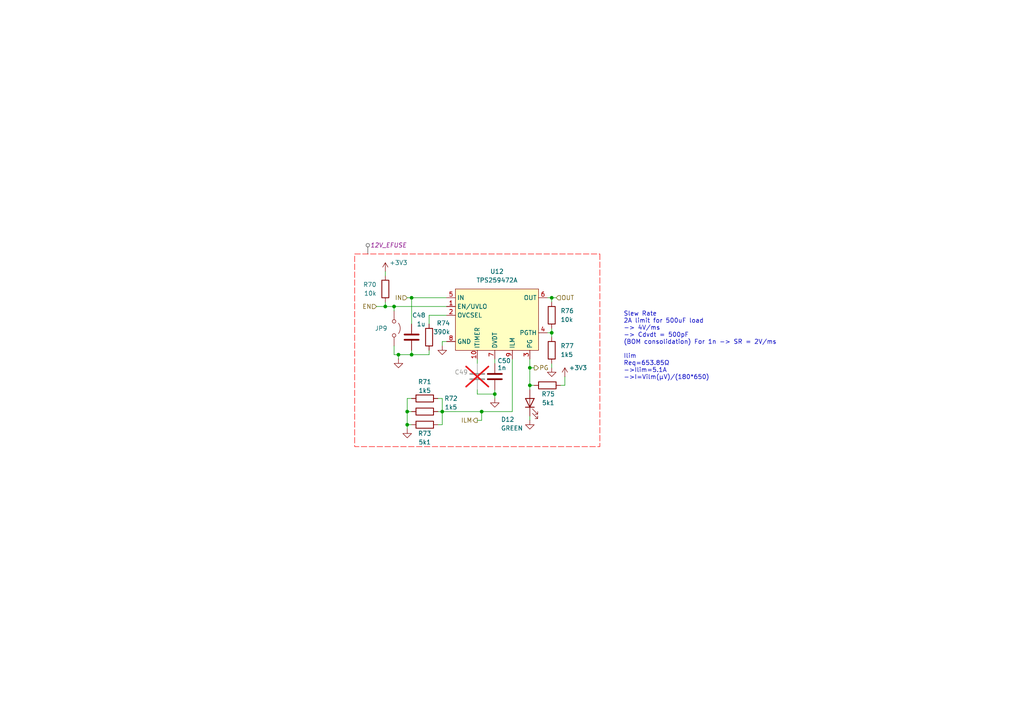
<source format=kicad_sch>
(kicad_sch (version 20250114) (generator "eeschema") (generator_version "9.0")
  (paper "A4")
  (title_block (title "Carte alim CDF 1") (date "2026-01-15") (rev "01") (company "Valrobotik"))
  (lib_symbols
    (symbol "Device:C" (pin_numbers (hide yes)) (pin_names (offset 0.254))
      (property "Reference" "C" (at 0.635 2.54 0))
      (property "Value" "C" (at 0.635 -2.54 0))
      (symbol "C_0_1"
        (polyline (pts (xy -2.032 0.762) (xy 2.032 0.762)) (stroke (width 0.508)))
        (polyline (pts (xy -2.032 -0.762) (xy 2.032 -0.762)) (stroke (width 0.508)))
      )
      (symbol "C_1_1"
        (pin passive line (at 0 3.81 270) (length 2.794) (name "~") (number "1"))
        (pin passive line (at 0 -3.81 90) (length 2.794) (name "~") (number "2"))
      )
    )
    (symbol "Device:LED" (pin_numbers (hide yes)) (pin_names (offset 1.016) (hide yes))
      (property "Reference" "D" (at 0 2.54 0))
      (property "Value" "LED" (at 0 -2.54 0))
      (symbol "LED_0_1"
        (polyline (pts (xy -3.048 -0.762) (xy -4.572 -2.286) (xy -3.81 -2.286) (xy -4.572 -2.286) (xy -4.572 -1.524)))
        (polyline (pts (xy -1.778 -0.762) (xy -3.302 -2.286) (xy -2.54 -2.286) (xy -3.302 -2.286) (xy -3.302 -1.524)))
        (polyline (pts (xy -1.27 0) (xy 1.27 0)))
        (polyline (pts (xy -1.27 -1.27) (xy -1.27 1.27)) (stroke (width 0.254)))
        (polyline (pts (xy 1.27 -1.27) (xy 1.27 1.27) (xy -1.27 0) (xy 1.27 -1.27)) (stroke (width 0.254)))
      )
      (symbol "LED_1_1"
        (pin passive line (at -3.81 0 0) (length 2.54) (name "K") (number "1"))
        (pin passive line (at 3.81 0 180) (length 2.54) (name "A") (number "2"))
      )
    )
    (symbol "Device:R" (pin_numbers (hide yes)) (pin_names (offset 0))
      (property "Reference" "R" (at 2.032 0 90))
      (property "Value" "R" (at 0 0 90))
      (symbol "R_0_1"
        (rectangle (start -1.016 -2.54) (end 1.016 2.54) (stroke (width 0.254)))
      )
      (symbol "R_1_1"
        (pin passive line (at 0 3.81 270) (length 1.27) (name "~") (number "1"))
        (pin passive line (at 0 -3.81 90) (length 1.27) (name "~") (number "2"))
      )
    )
    (symbol "GLCS:TPS259472x"
      (property "Reference" "U" (at -0.508 12.192 0))
      (property "Value" "TPS259472x" (at 0 9.144 0))
      (symbol "TPS259472x_0_0"
        (pin power_in line (at -15.24 5.08 0) (length 2.54) (name "IN") (number "5"))
        (pin input line (at -15.24 2.54 0) (length 2.54) (name "EN/UVLO") (number "1"))
        (pin input line (at -15.24 0 0) (length 2.54) (name "OVCSEL") (number "2"))
        (pin power_in line (at -15.24 -7.62 0) (length 2.54) (name "GND") (number "8"))
        (pin output line (at -6.35 -12.7 90) (length 2.54) (name "ITIMER") (number "10"))
        (pin output line (at -1.27 -12.7 90) (length 2.54) (name "DVDT") (number "7"))
        (pin output line (at 3.81 -12.7 90) (length 2.54) (name "ILM") (number "9"))
        (pin power_out line (at 13.97 5.08 180) (length 2.54) (name "OUT") (number "6"))
        (pin input line (at 13.97 -5.08 180) (length 2.54) (name "PGTH") (number "4"))
      )
      (symbol "TPS259472x_1_0"
        (pin output line (at 8.89 -12.7 90) (length 2.54) (name "PG") (number "3"))
      )
      (symbol "TPS259472x_1_1"
        (rectangle (start -12.7 7.62) (end 11.43 -10.16) (fill (type background)))
      )
    )
    (symbol "Jumper:Jumper_2_Open" (pin_numbers (hide yes)) (pin_names (offset 0) (hide yes))
      (property "Reference" "JP" (at 0 2.794 0))
      (property "Value" "Jumper_2_Open" (at 0 -2.286 0))
      (symbol "Jumper_2_Open_0_0"
        (circle (center -2.032 0) (radius 0.508))
        (circle (center 2.032 0) (radius 0.508))
      )
      (symbol "Jumper_2_Open_0_1"
        (arc (start -1.524 1.27) (mid 0 1.778) (end 1.524 1.27))
      )
      (symbol "Jumper_2_Open_1_1"
        (pin passive line (at -5.08 0 0) (length 2.54) (name "A") (number "1"))
        (pin passive line (at 5.08 0 180) (length 2.54) (name "B") (number "2"))
      )
    )
    (symbol "power:+3V3" (power) (pin_numbers (hide yes)) (pin_names (offset 0) (hide yes))
      (property "Value" "+3V3" (at 0 3.556 0))
      (symbol "+3V3_0_1"
        (polyline (pts (xy -0.762 1.27) (xy 0 2.54)))
        (polyline (pts (xy 0 2.54) (xy 0.762 1.27)))
        (polyline (pts (xy 0 0) (xy 0 2.54)))
      )
      (symbol "+3V3_1_1"
        (pin power_in line (at 0 0 90) (length 0) (name "~") (number "1"))
      )
    )
    (symbol "power:GND" (power) (pin_numbers (hide yes)) (pin_names (offset 0) (hide yes))
      (property "Value" "GND" (at 0 -3.81 0))
      (symbol "GND_0_1"
        (polyline (pts (xy 0 0) (xy 0 -1.27) (xy 1.27 -1.27) (xy 0 -2.54) (xy -1.27 -1.27) (xy 0 -1.27)))
      )
      (symbol "GND_1_1"
        (pin power_in line (at 0 0 270) (length 0) (name "~") (number "1"))
      )
    )
  )
  (text "Slew Rate\n2A limit for 500uF load\n-> 4V/ms\n-> Cdvdt = 500pF\n(BOM consolidation) For 1n -> SR = 2V/ms\n\nIlim\nReq=653.85Ω\n->Ilim=5.1A\n->I=Vilm(µV)/(180*650)" (at 180.848 100.33 0) (effects (font (size 1.27 1.27)) (justify left)))
  (junction (at 111.76 88.9))
  (junction (at 160.02 96.52))
  (junction (at 160.02 86.36))
  (junction (at 139.7 119.38))
  (junction (at 153.67 106.68))
  (junction (at 119.38 102.87))
  (junction (at 118.11 119.38))
  (junction (at 143.51 114.3))
  (junction (at 114.3 88.9))
  (junction (at 128.27 119.38))
  (junction (at 118.11 123.19))
  (junction (at 119.38 86.36))
  (junction (at 115.57 102.87))
  (junction (at 153.67 111.76))
  (wire (pts (xy 160.02 86.36) (xy 160.02 87.63)))
  (wire (pts (xy 128.27 119.38) (xy 139.7 119.38)))
  (wire (pts (xy 143.51 104.14) (xy 143.51 105.41)))
  (wire (pts (xy 124.46 91.44) (xy 124.46 93.98)))
  (wire (pts (xy 119.38 123.19) (xy 118.11 123.19)))
  (wire (pts (xy 129.54 91.44) (xy 124.46 91.44)))
  (wire (pts (xy 119.38 102.87) (xy 124.46 102.87)))
  (wire (pts (xy 139.7 119.38) (xy 148.59 119.38)))
  (wire (pts (xy 158.75 96.52) (xy 160.02 96.52)))
  (wire (pts (xy 153.67 111.76) (xy 153.67 113.03)))
  (wire (pts (xy 160.02 97.79) (xy 160.02 96.52)))
  (wire (pts (xy 119.38 115.57) (xy 118.11 115.57)))
  (wire (pts (xy 161.29 86.36) (xy 160.02 86.36)))
  (wire (pts (xy 128.27 119.38) (xy 128.27 115.57)))
  (wire (pts (xy 119.38 101.6) (xy 119.38 102.87)))
  (wire (pts (xy 138.43 104.14) (xy 138.43 105.41)))
  (wire (pts (xy 153.67 120.65) (xy 153.67 121.92)))
  (wire (pts (xy 128.27 100.33) (xy 128.27 99.06)))
  (wire (pts (xy 160.02 86.36) (xy 158.75 86.36)))
  (wire (pts (xy 109.22 88.9) (xy 111.76 88.9)))
  (wire (pts (xy 153.67 111.76) (xy 154.94 111.76)))
  (wire (pts (xy 143.51 114.3) (xy 143.51 115.57)))
  (wire (pts (xy 124.46 102.87) (xy 124.46 101.6)))
  (wire (pts (xy 128.27 99.06) (xy 129.54 99.06)))
  (wire (pts (xy 139.7 121.92) (xy 139.7 119.38)))
  (wire (pts (xy 114.3 100.33) (xy 114.3 102.87)))
  (wire (pts (xy 114.3 102.87) (xy 115.57 102.87)))
  (wire (pts (xy 138.43 114.3) (xy 138.43 113.03)))
  (wire (pts (xy 118.11 123.19) (xy 118.11 124.46)))
  (wire (pts (xy 118.11 119.38) (xy 119.38 119.38)))
  (wire (pts (xy 153.67 104.14) (xy 153.67 106.68)))
  (wire (pts (xy 111.76 78.74) (xy 111.76 80.01)))
  (wire (pts (xy 153.67 106.68) (xy 153.67 111.76)))
  (wire (pts (xy 119.38 86.36) (xy 129.54 86.36)))
  (wire (pts (xy 114.3 90.17) (xy 114.3 88.9)))
  (wire (pts (xy 160.02 105.41) (xy 160.02 106.68)))
  (wire (pts (xy 138.43 114.3) (xy 143.51 114.3)))
  (wire (pts (xy 111.76 87.63) (xy 111.76 88.9)))
  (wire (pts (xy 148.59 104.14) (xy 148.59 119.38)))
  (wire (pts (xy 118.11 115.57) (xy 118.11 119.38)))
  (wire (pts (xy 114.3 88.9) (xy 129.54 88.9)))
  (wire (pts (xy 143.51 114.3) (xy 143.51 113.03)))
  (wire (pts (xy 162.56 111.76) (xy 163.83 111.76)))
  (wire (pts (xy 118.11 123.19) (xy 118.11 119.38)))
  (wire (pts (xy 128.27 123.19) (xy 128.27 119.38)))
  (wire (pts (xy 111.76 88.9) (xy 114.3 88.9)))
  (wire (pts (xy 163.83 109.22) (xy 163.83 111.76)))
  (wire (pts (xy 119.38 86.36) (xy 119.38 93.98)))
  (wire (pts (xy 128.27 115.57) (xy 127 115.57)))
  (wire (pts (xy 115.57 102.87) (xy 119.38 102.87)))
  (wire (pts (xy 160.02 96.52) (xy 160.02 95.25)))
  (wire (pts (xy 138.43 121.92) (xy 139.7 121.92)))
  (wire (pts (xy 127 119.38) (xy 128.27 119.38)))
  (wire (pts (xy 127 123.19) (xy 128.27 123.19)))
  (wire (pts (xy 154.94 106.68) (xy 153.67 106.68)))
  (wire (pts (xy 118.11 86.36) (xy 119.38 86.36)))
  (wire (pts (xy 115.57 102.87) (xy 115.57 104.14)))
  (hierarchical_label "EN" (shape input) (at 109.22 88.9 180))
  (hierarchical_label "PG" (shape output) (at 154.94 106.68 0))
  (hierarchical_label "IN" (shape input) (at 118.11 86.36 180))
  (hierarchical_label "ILM" (shape output) (at 138.43 121.92 180))
  (hierarchical_label "OUT" (shape input) (at 161.29 86.36 0))
  (rule_area (polyline (pts (xy 173.99 73.66) (xy 173.99 129.54) (xy 102.87 129.54) (xy 102.87 73.66)) (stroke (width 0) (type dash))))
  (netclass_flag "" (length 2.54) (shape round) (at 106.68 73.66 0) (property "Component Class" "12V_EFUSE" (at 107.3785 71.12 0) (effects (font (italic yes)) (justify left))))
  (symbol (lib_id "Device:R") (at 123.19 123.19 270) (mirror x) (unit 1)
    (property "Reference" "R49" (at 123.19 125.73 90))
    (property "Value" "5k1" (at 123.19 128.27 90))
    (property "Footprint" "Resistor_SMD:R_0402_1005Metric" (effects (hide yes)))
    (property "Description" "Resistor" (effects (hide yes)))
    (property "Manufacturer" "Uniroyal Elec" (effects (hide yes)))
    (property "Manufacturer Part Number" "0402WGF5101TCE" (effects (hide yes)))
    (property "Basic" "Y" (effects (hide yes)))
    (property "JLCPCB Part #" "C25905" (effects (hide yes)))
    (instances (project "valrob-carte-alim-cdf-1" (path "" (reference "R73") (unit 1)) (path "" (reference "R57") (unit 1)) (path "" (reference "R49") (unit 1)) (path "" (reference "R65") (unit 1))))
  )
  (symbol (lib_id "Device:C") (at 143.51 109.22 0) (unit 1)
    (property "Reference" "C41" (at 144.272 104.648 0) (effects (justify left)))
    (property "Value" "1n" (at 144.272 106.68 0) (effects (justify left)))
    (property "Footprint" "Capacitor_SMD:C_0402_1005Metric" (effects (hide yes)))
    (property "Description" "Unpolarized capacitor" (effects (hide yes)))
    (property "Basic" "Y" (effects (hide yes)))
    (property "JLCPCB Part #" "C1523" (effects (hide yes)))
    (property "Manufacturer" "FH (Guangdong Fenghua Advanced Tech)" (effects (hide yes)))
    (property "Manufacturer Part Number" "0402B102K500NT" (effects (hide yes)))
    (instances (project "valrob-carte-alim-cdf-1" (path "" (reference "C50") (unit 1)) (path "" (reference "C44") (unit 1)) (path "" (reference "C41") (unit 1)) (path "" (reference "C47") (unit 1))))
  )
  (symbol (lib_id "Device:C") (at 119.38 97.79 0) (mirror x) (unit 1)
    (property "Reference" "C39" (at 123.444 91.44 0) (effects (justify right)))
    (property "Value" "1u" (at 123.444 93.98 0) (effects (justify right)))
    (property "Footprint" "Capacitor_SMD:C_0402_1005Metric" (effects (hide yes)))
    (property "Description" "Unpolarized capacitor" (effects (hide yes)))
    (property "Manufacturer" "Samsung Electro-Mechanics " (effects (hide yes)))
    (property "Manufacturer Part Number" "CL05A105KA5NQNC" (effects (hide yes)))
    (property "Basic" "Y" (effects (hide yes)))
    (property "JLCPCB Part #" "C52923" (effects (hide yes)))
    (instances (project "valrob-carte-alim-cdf-1" (path "" (reference "C48") (unit 1)) (path "" (reference "C42") (unit 1)) (path "" (reference "C39") (unit 1)) (path "" (reference "C45") (unit 1))))
  )
  (symbol (lib_id "power:+3V3") (at 163.83 109.22 0) (unit 1)
    (property "Reference" "#PWR094" (effects (hide yes)))
    (property "Value" "+3V3" (at 167.64 106.68 0))
    (property "Description" "Power symbol creates a global label with name \"+3V3\"" (effects (hide yes)))
    (instances (project "valrob-carte-alim-cdf-1" (path "" (reference "#PWR0122") (unit 1)) (path "" (reference "#PWR0104") (unit 1)) (path "" (reference "#PWR094") (unit 1)) (path "" (reference "#PWR0114") (unit 1))))
  )
  (symbol (lib_id "Device:R") (at 111.76 83.82 0) (mirror x) (unit 1)
    (property "Reference" "R46" (at 109.22 82.5499 0) (effects (justify right)))
    (property "Value" "10k" (at 109.22 85.0899 0) (effects (justify right)))
    (property "Footprint" "Resistor_SMD:R_0402_1005Metric" (effects (hide yes)))
    (property "Description" "Resistor" (effects (hide yes)))
    (property "Manufacturer" "Uniroyal Elec" (effects (hide yes)))
    (property "Manufacturer Part Number" "0402WGF1002TCE" (effects (hide yes)))
    (property "Basic" "Y" (effects (hide yes)))
    (property "JLCPCB Part #" "C25744" (effects (hide yes)))
    (instances (project "valrob-carte-alim-cdf-1" (path "" (reference "R70") (unit 1)) (path "" (reference "R54") (unit 1)) (path "" (reference "R46") (unit 1)) (path "" (reference "R62") (unit 1))))
  )
  (symbol (lib_id "Device:R") (at 124.46 97.79 0) (mirror y) (unit 1)
    (property "Reference" "R50" (at 130.556 93.726 0) (effects (justify left)))
    (property "Value" "390k" (at 130.556 96.266 0) (effects (justify left)))
    (property "Footprint" "Resistor_SMD:R_0402_1005Metric" (effects (hide yes)))
    (property "Description" "Resistor" (effects (hide yes)))
    (property "Manufacturer" "Uniroyal Elec" (effects (hide yes)))
    (property "Manufacturer Part Number" "0402WGF3903TCE" (effects (hide yes)))
    (property "Basic" "X" (effects (hide yes)))
    (property "JLCPCB Part #" "C25782" (effects (hide yes)))
    (instances (project "valrob-carte-alim-cdf-1" (path "" (reference "R74") (unit 1)) (path "" (reference "R58") (unit 1)) (path "" (reference "R50") (unit 1)) (path "" (reference "R66") (unit 1))))
  )
  (symbol (lib_id "Jumper:Jumper_2_Open") (at 114.3 95.25 270) (unit 1)
    (property "Reference" "JP6" (at 108.712 95.25 90) (effects (justify left)))
    (property "Value" "Jumper_2_Small_Open" (effects (hide yes)))
    (property "Footprint" "Connector_PinHeader_2.54mm:PinHeader_2x01_P2.54mm_Vertical" (effects (hide yes)))
    (property "Description" "Jumper, 2-pole, open" (effects (hide yes)))
    (instances (project "valrob-carte-alim-cdf-1" (path "" (reference "JP9") (unit 1)) (path "" (reference "JP7") (unit 1)) (path "" (reference "JP6") (unit 1)) (path "" (reference "JP8") (unit 1))))
  )
  (symbol (lib_id "GLCS:TPS259472x") (at 144.78 91.44 0) (unit 1)
    (property "Reference" "U9" (at 144.145 78.74 0))
    (property "Value" "TPS259472A" (at 144.145 81.28 0))
    (property "Footprint" "GLCS:Texas_RPW0010A_VQFN-HR-10_2x2mm_P0.5mm" (effects (hide yes)))
    (property "Datasheet" "https://www.ti.com/lit/ds/symlink/tps25947.pdf" (effects (hide yes)))
    (property "Description" "2.7-V to 23-V, 28-mΩ, 5.5-A eFuse with integrated reverse polarity protection" (effects (hide yes)))
    (property "Basic" "X" (effects (hide yes)))
    (property "JLCPCB Part #" "C3662789" (effects (hide yes)))
    (property "Manufacturer" "Texas Instruments" (effects (hide yes)))
    (property "Manufacturer Part Number" "TPS259472ARPWR" (effects (hide yes)))
    (instances (project "valrob-carte-alim-cdf-1" (path "" (reference "U12") (unit 1)) (path "" (reference "U10") (unit 1)) (path "" (reference "U9") (unit 1)) (path "" (reference "U11") (unit 1))))
  )
  (symbol (lib_id "Device:R") (at 123.19 119.38 270) (mirror x) (unit 1)
    (property "Reference" "R48" (at 130.81 115.57 90))
    (property "Value" "1k5" (at 130.81 118.11 90))
    (property "Footprint" "Resistor_SMD:R_0402_1005Metric" (effects (hide yes)))
    (property "Description" "Resistor" (effects (hide yes)))
    (property "Manufacturer" "Uniroyal Elec" (effects (hide yes)))
    (property "Manufacturer Part Number" "0402WGF1501TCE" (effects (hide yes)))
    (property "Basic" "Y" (effects (hide yes)))
    (property "JLCPCB Part #" "C25867" (effects (hide yes)))
    (instances (project "valrob-carte-alim-cdf-1" (path "" (reference "R72") (unit 1)) (path "" (reference "R56") (unit 1)) (path "" (reference "R48") (unit 1)) (path "" (reference "R64") (unit 1))))
  )
  (symbol (lib_id "power:GND") (at 153.67 121.92 0) (unit 1)
    (property "Reference" "#PWR092" (effects (hide yes)))
    (property "Value" "GND" (effects (hide yes)))
    (property "Description" "Power symbol creates a global label with name \"GND\" , ground" (effects (hide yes)))
    (instances (project "valrob-carte-alim-cdf-1" (path "" (reference "#PWR0120") (unit 1)) (path "" (reference "#PWR0102") (unit 1)) (path "" (reference "#PWR092") (unit 1)) (path "" (reference "#PWR0112") (unit 1))))
  )
  (symbol (lib_id "power:GND") (at 143.51 115.57 0) (unit 1)
    (property "Reference" "#PWR089" (effects (hide yes)))
    (property "Value" "GND" (effects (hide yes)))
    (property "Description" "Power symbol creates a global label with name \"GND\" , ground" (effects (hide yes)))
    (instances (project "valrob-carte-alim-cdf-1" (path "" (reference "#PWR0119") (unit 1)) (path "" (reference "#PWR0101") (unit 1)) (path "" (reference "#PWR089") (unit 1)) (path "" (reference "#PWR0111") (unit 1))))
  )
  (symbol (lib_id "power:GND") (at 115.57 104.14 0) (unit 1)
    (property "Reference" "#PWR087" (effects (hide yes)))
    (property "Value" "GND" (effects (hide yes)))
    (property "Description" "Power symbol creates a global label with name \"GND\" , ground" (effects (hide yes)))
    (instances (project "valrob-carte-alim-cdf-1" (path "" (reference "#PWR0117") (unit 1)) (path "" (reference "#PWR099") (unit 1)) (path "" (reference "#PWR087") (unit 1)) (path "" (reference "#PWR0109") (unit 1))))
  )
  (symbol (lib_id "Device:C") (at 138.43 109.22 0) (unit 1) (dnp yes)
    (property "Reference" "C40" (at 131.826 107.95 0) (effects (justify left)))
    (property "Value" "C" (effects (hide yes)))
    (property "Footprint" "Capacitor_SMD:C_0402_1005Metric" (effects (hide yes)))
    (property "Description" "Unpolarized capacitor" (effects (hide yes)))
    (instances (project "valrob-carte-alim-cdf-1" (path "" (reference "C49") (unit 1)) (path "" (reference "C43") (unit 1)) (path "" (reference "C40") (unit 1)) (path "" (reference "C46") (unit 1))))
  )
  (symbol (lib_id "power:GND") (at 118.11 124.46 0) (unit 1)
    (property "Reference" "#PWR086" (effects (hide yes)))
    (property "Value" "GND" (effects (hide yes)))
    (property "Description" "Power symbol creates a global label with name \"GND\" , ground" (effects (hide yes)))
    (instances (project "valrob-carte-alim-cdf-1" (path "" (reference "#PWR0116") (unit 1)) (path "" (reference "#PWR098") (unit 1)) (path "" (reference "#PWR086") (unit 1)) (path "" (reference "#PWR0108") (unit 1))))
  )
  (symbol (lib_id "power:GND") (at 128.27 100.33 0) (unit 1)
    (property "Reference" "#PWR088" (effects (hide yes)))
    (property "Value" "GND" (effects (hide yes)))
    (property "Description" "Power symbol creates a global label with name \"GND\" , ground" (effects (hide yes)))
    (instances (project "valrob-carte-alim-cdf-1" (path "" (reference "#PWR0118") (unit 1)) (path "" (reference "#PWR0100") (unit 1)) (path "" (reference "#PWR088") (unit 1)) (path "" (reference "#PWR0110") (unit 1))))
  )
  (symbol (lib_id "Device:LED") (at 153.67 116.84 90) (unit 1)
    (property "Reference" "D9" (at 145.288 121.666 90) (effects (justify right)))
    (property "Value" "GREEN" (at 145.288 124.206 90) (effects (justify right)))
    (property "Footprint" "LED_SMD:LED_0805_2012Metric" (effects (hide yes)))
    (property "Description" "Light emitting diode" (effects (hide yes)))
    (property "Sim.Pins" "1=K 2=A" (effects (hide yes)))
    (property "Manufacturer" "Hubei KENTO Elec " (effects (hide yes)))
    (property "Manufacturer Part Number" "KT-0805G" (effects (hide yes)))
    (property "Basic" "Y" (effects (hide yes)))
    (property "JLCPCB Part #" "C2297" (effects (hide yes)))
    (instances (project "valrob-carte-alim-cdf-1" (path "" (reference "D12") (unit 1)) (path "" (reference "D10") (unit 1)) (path "" (reference "D9") (unit 1)) (path "" (reference "D11") (unit 1))))
  )
  (symbol (lib_id "Device:R") (at 160.02 91.44 0) (mirror x) (unit 1)
    (property "Reference" "R52" (at 162.56 90.1699 0) (effects (justify left)))
    (property "Value" "10k" (at 162.56 92.7099 0) (effects (justify left)))
    (property "Footprint" "Resistor_SMD:R_0402_1005Metric" (effects (hide yes)))
    (property "Description" "Resistor" (effects (hide yes)))
    (property "Manufacturer" "Uniroyal Elec" (effects (hide yes)))
    (property "Manufacturer Part Number" "0402WGF1002TCE" (effects (hide yes)))
    (property "Basic" "Y" (effects (hide yes)))
    (property "JLCPCB Part #" "C25744" (effects (hide yes)))
    (instances (project "valrob-carte-alim-cdf-1" (path "" (reference "R76") (unit 1)) (path "" (reference "R60") (unit 1)) (path "" (reference "R52") (unit 1)) (path "" (reference "R68") (unit 1))))
  )
  (symbol (lib_id "power:+3V3") (at 111.76 78.74 0) (unit 1)
    (property "Reference" "#PWR085" (effects (hide yes)))
    (property "Value" "+3V3" (at 115.57 76.2 0))
    (property "Description" "Power symbol creates a global label with name \"+3V3\"" (effects (hide yes)))
    (instances (project "valrob-carte-alim-cdf-1" (path "" (reference "#PWR0115") (unit 1)) (path "" (reference "#PWR097") (unit 1)) (path "" (reference "#PWR085") (unit 1)) (path "" (reference "#PWR0107") (unit 1))))
  )
  (symbol (lib_id "Device:R") (at 123.19 115.57 270) (mirror x) (unit 1)
    (property "Reference" "R47" (at 123.19 110.744 90))
    (property "Value" "1k5" (at 123.19 113.284 90))
    (property "Footprint" "Resistor_SMD:R_0402_1005Metric" (effects (hide yes)))
    (property "Description" "Resistor" (effects (hide yes)))
    (property "Manufacturer" "Uniroyal Elec" (effects (hide yes)))
    (property "Manufacturer Part Number" "0402WGF1501TCE" (effects (hide yes)))
    (property "Basic" "Y" (effects (hide yes)))
    (property "JLCPCB Part #" "C25867" (effects (hide yes)))
    (instances (project "valrob-carte-alim-cdf-1" (path "" (reference "R71") (unit 1)) (path "" (reference "R55") (unit 1)) (path "" (reference "R47") (unit 1)) (path "" (reference "R63") (unit 1))))
  )
  (symbol (lib_id "Device:R") (at 160.02 101.6 0) (mirror x) (unit 1)
    (property "Reference" "R53" (at 162.56 100.3299 0) (effects (justify left)))
    (property "Value" "1k5" (at 162.56 102.8699 0) (effects (justify left)))
    (property "Footprint" "Resistor_SMD:R_0402_1005Metric" (effects (hide yes)))
    (property "Description" "Resistor" (effects (hide yes)))
    (property "Manufacturer" "Uniroyal Elec" (effects (hide yes)))
    (property "Manufacturer Part Number" "0402WGF1501TCE" (effects (hide yes)))
    (property "Basic" "Y" (effects (hide yes)))
    (property "JLCPCB Part #" "C25867" (effects (hide yes)))
    (instances (project "valrob-carte-alim-cdf-1" (path "" (reference "R77") (unit 1)) (path "" (reference "R61") (unit 1)) (path "" (reference "R53") (unit 1)) (path "" (reference "R69") (unit 1))))
  )
  (symbol (lib_id "power:GND") (at 160.02 106.68 0) (unit 1)
    (property "Reference" "#PWR093" (effects (hide yes)))
    (property "Value" "GND" (effects (hide yes)))
    (property "Description" "Power symbol creates a global label with name \"GND\" , ground" (effects (hide yes)))
    (instances (project "valrob-carte-alim-cdf-1" (path "" (reference "#PWR0121") (unit 1)) (path "" (reference "#PWR0103") (unit 1)) (path "" (reference "#PWR093") (unit 1)) (path "" (reference "#PWR0113") (unit 1))))
  )
  (symbol (lib_id "Device:R") (at 158.75 111.76 270) (mirror x) (unit 1)
    (property "Reference" "R51" (at 159.004 114.3 90))
    (property "Value" "5k1" (at 159.004 116.84 90))
    (property "Footprint" "Resistor_SMD:R_0402_1005Metric" (effects (hide yes)))
    (property "Description" "Resistor" (effects (hide yes)))
    (property "Manufacturer" "Uniroyal Elec" (effects (hide yes)))
    (property "Manufacturer Part Number" "0402WGF5101TCE" (effects (hide yes)))
    (property "Basic" "Y" (effects (hide yes)))
    (property "JLCPCB Part #" "C25905" (effects (hide yes)))
    (instances (project "valrob-carte-alim-cdf-1" (path "" (reference "R75") (unit 1)) (path "" (reference "R59") (unit 1)) (path "" (reference "R51") (unit 1)) (path "" (reference "R67") (unit 1))))
  )
)
</source>
